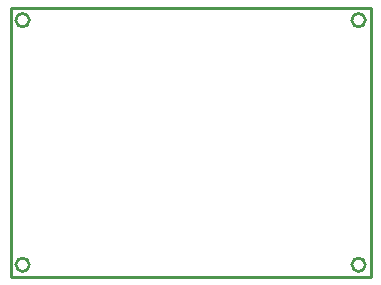
<source format=gm1>
G04*
G04 #@! TF.GenerationSoftware,Altium Limited,Altium Designer,22.0.2 (36)*
G04*
G04 Layer_Color=16711935*
%FSLAX24Y24*%
%MOIN*%
G70*
G04*
G04 #@! TF.SameCoordinates,46051EB8-178F-4A71-8072-0C991FAB0142*
G04*
G04*
G04 #@! TF.FilePolarity,Positive*
G04*
G01*
G75*
%ADD14C,0.0100*%
D14*
X11824Y400D02*
G03*
X11824Y400I-224J0D01*
G01*
X624D02*
G03*
X624Y400I-224J0D01*
G01*
X11824Y8550D02*
G03*
X11824Y8550I-224J0D01*
G01*
X624D02*
G03*
X624Y8550I-224J0D01*
G01*
X0Y8950D02*
X12000D01*
Y0D02*
Y8950D01*
X0Y0D02*
X12000D01*
X0D02*
Y50D01*
Y8950D01*
M02*

</source>
